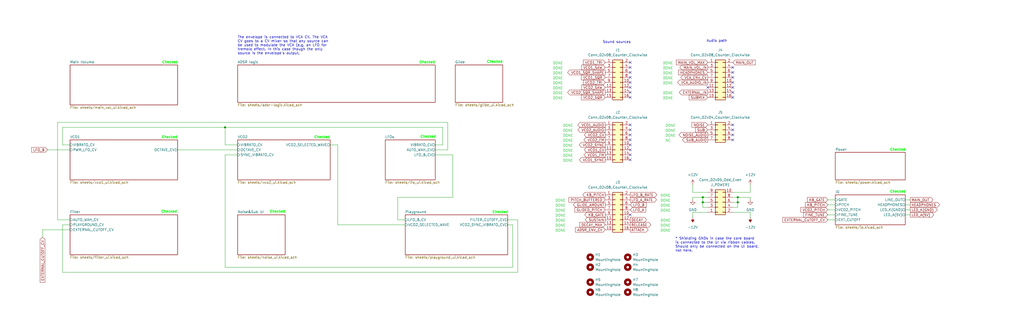
<source format=kicad_sch>
(kicad_sch (version 20231120) (generator "eeschema") (generator_version "8.0")
  (paper "User" 519.989 170.002)
  (lib_symbols
    (symbol "Connector_Generic:Conn_02x04_Odd_Even" (pin_names (offset 1.016) hide)
      (property "Reference" "J" (at 1.27 5.08 0))
      (property "Value" "Conn_02x04_Odd_Even" (at 1.27 -7.62 0))
      (symbol "Conn_02x04_Odd_Even_1_1"
        (rectangle (start -1.27 -4.953) (end 0 -5.207) (stroke (width 0.1524)))
        (rectangle (start -1.27 -2.413) (end 0 -2.667) (stroke (width 0.1524)))
        (rectangle (start -1.27 0.127) (end 0 -0.127) (stroke (width 0.1524)))
        (rectangle (start -1.27 2.667) (end 0 2.413) (stroke (width 0.1524)))
        (rectangle (start -1.27 3.81) (end 3.81 -6.35) (stroke (width 0.254)) (fill (type background)))
        (rectangle (start 3.81 -4.953) (end 2.54 -5.207) (stroke (width 0.1524)))
        (rectangle (start 3.81 -2.413) (end 2.54 -2.667) (stroke (width 0.1524)))
        (rectangle (start 3.81 0.127) (end 2.54 -0.127) (stroke (width 0.1524)))
        (rectangle (start 3.81 2.667) (end 2.54 2.413) (stroke (width 0.1524)))
        (pin passive line (at -5.08 2.54 0) (length 3.81) (name "Pin_1") (number "1"))
        (pin passive line (at 7.62 2.54 180) (length 3.81) (name "Pin_2") (number "2"))
        (pin passive line (at -5.08 0 0) (length 3.81) (name "Pin_3") (number "3"))
        (pin passive line (at 7.62 0 180) (length 3.81) (name "Pin_4") (number "4"))
        (pin passive line (at -5.08 -2.54 0) (length 3.81) (name "Pin_5") (number "5"))
        (pin passive line (at 7.62 -2.54 180) (length 3.81) (name "Pin_6") (number "6"))
        (pin passive line (at -5.08 -5.08 0) (length 3.81) (name "Pin_7") (number "7"))
        (pin passive line (at 7.62 -5.08 180) (length 3.81) (name "Pin_8") (number "8"))
      )
    )
    (symbol "Connector_Generic:Conn_02x05_Odd_Even" (pin_names (offset 1.016) hide)
      (property "Reference" "J" (at 1.27 7.62 0))
      (property "Value" "Conn_02x05_Odd_Even" (at 1.27 -7.62 0))
      (symbol "Conn_02x05_Odd_Even_1_1"
        (rectangle (start -1.27 -4.953) (end 0 -5.207) (stroke (width 0.1524)))
        (rectangle (start -1.27 -2.413) (end 0 -2.667) (stroke (width 0.1524)))
        (rectangle (start -1.27 0.127) (end 0 -0.127) (stroke (width 0.1524)))
        (rectangle (start -1.27 2.667) (end 0 2.413) (stroke (width 0.1524)))
        (rectangle (start -1.27 5.207) (end 0 4.953) (stroke (width 0.1524)))
        (rectangle (start -1.27 6.35) (end 3.81 -6.35) (stroke (width 0.254)) (fill (type background)))
        (rectangle (start 3.81 -4.953) (end 2.54 -5.207) (stroke (width 0.1524)))
        (rectangle (start 3.81 -2.413) (end 2.54 -2.667) (stroke (width 0.1524)))
        (rectangle (start 3.81 0.127) (end 2.54 -0.127) (stroke (width 0.1524)))
        (rectangle (start 3.81 2.667) (end 2.54 2.413) (stroke (width 0.1524)))
        (rectangle (start 3.81 5.207) (end 2.54 4.953) (stroke (width 0.1524)))
        (pin passive line (at -5.08 5.08 0) (length 3.81) (name "Pin_1") (number "1"))
        (pin passive line (at 7.62 -5.08 180) (length 3.81) (name "Pin_10") (number "10"))
        (pin passive line (at 7.62 5.08 180) (length 3.81) (name "Pin_2") (number "2"))
        (pin passive line (at -5.08 2.54 0) (length 3.81) (name "Pin_3") (number "3"))
        (pin passive line (at 7.62 2.54 180) (length 3.81) (name "Pin_4") (number "4"))
        (pin passive line (at -5.08 0 0) (length 3.81) (name "Pin_5") (number "5"))
        (pin passive line (at 7.62 0 180) (length 3.81) (name "Pin_6") (number "6"))
        (pin passive line (at -5.08 -2.54 0) (length 3.81) (name "Pin_7") (number "7"))
        (pin passive line (at 7.62 -2.54 180) (length 3.81) (name "Pin_8") (number "8"))
        (pin passive line (at -5.08 -5.08 0) (length 3.81) (name "Pin_9") (number "9"))
      )
    )
    (symbol "Connector_Generic:Conn_02x08_Odd_Even" (pin_names (offset 1.016) hide)
      (property "Reference" "J" (at 1.27 10.16 0))
      (property "Value" "Conn_02x08_Odd_Even" (at 1.27 -12.7 0))
      (symbol "Conn_02x08_Odd_Even_1_1"
        (rectangle (start -1.27 -10.033) (end 0 -10.287) (stroke (width 0.1524)))
        (rectangle (start -1.27 -7.493) (end 0 -7.747) (stroke (width 0.1524)))
        (rectangle (start -1.27 -4.953) (end 0 -5.207) (stroke (width 0.1524)))
        (rectangle (start -1.27 -2.413) (end 0 -2.667) (stroke (width 0.1524)))
        (rectangle (start -1.27 0.127) (end 0 -0.127) (stroke (width 0.1524)))
        (rectangle (start -1.27 2.667) (end 0 2.413) (stroke (width 0.1524)))
        (rectangle (start -1.27 5.207) (end 0 4.953) (stroke (width 0.1524)))
        (rectangle (start -1.27 7.747) (end 0 7.493) (stroke (width 0.1524)))
        (rectangle (start -1.27 8.89) (end 3.81 -11.43) (stroke (width 0.254)) (fill (type background)))
        (rectangle (start 3.81 -10.033) (end 2.54 -10.287) (stroke (width 0.1524)))
        (rectangle (start 3.81 -7.493) (end 2.54 -7.747) (stroke (width 0.1524)))
        (rectangle (start 3.81 -4.953) (end 2.54 -5.207) (stroke (width 0.1524)))
        (rectangle (start 3.81 -2.413) (end 2.54 -2.667) (stroke (width 0.1524)))
        (rectangle (start 3.81 0.127) (end 2.54 -0.127) (stroke (width 0.1524)))
        (rectangle (start 3.81 2.667) (end 2.54 2.413) (stroke (width 0.1524)))
        (rectangle (start 3.81 5.207) (end 2.54 4.953) (stroke (width 0.1524)))
        (rectangle (start 3.81 7.747) (end 2.54 7.493) (stroke (width 0.1524)))
        (pin passive line (at -5.08 7.62 0) (length 3.81) (name "Pin_1") (number "1"))
        (pin passive line (at 7.62 -2.54 180) (length 3.81) (name "Pin_10") (number "10"))
        (pin passive line (at -5.08 -5.08 0) (length 3.81) (name "Pin_11") (number "11"))
        (pin passive line (at 7.62 -5.08 180) (length 3.81) (name "Pin_12") (number "12"))
        (pin passive line (at -5.08 -7.62 0) (length 3.81) (name "Pin_13") (number "13"))
        (pin passive line (at 7.62 -7.62 180) (length 3.81) (name "Pin_14") (number "14"))
        (pin passive line (at -5.08 -10.16 0) (length 3.81) (name "Pin_15") (number "15"))
        (pin passive line (at 7.62 -10.16 180) (length 3.81) (name "Pin_16") (number "16"))
        (pin passive line (at 7.62 7.62 180) (length 3.81) (name "Pin_2") (number "2"))
        (pin passive line (at -5.08 5.08 0) (length 3.81) (name "Pin_3") (number "3"))
        (pin passive line (at 7.62 5.08 180) (length 3.81) (name "Pin_4") (number "4"))
        (pin passive line (at -5.08 2.54 0) (length 3.81) (name "Pin_5") (number "5"))
        (pin passive line (at 7.62 2.54 180) (length 3.81) (name "Pin_6") (number "6"))
        (pin passive line (at -5.08 0 0) (length 3.81) (name "Pin_7") (number "7"))
        (pin passive line (at 7.62 0 180) (length 3.81) (name "Pin_8") (number "8"))
        (pin passive line (at -5.08 -2.54 0) (length 3.81) (name "Pin_9") (number "9"))
      )
    )
    (symbol "Mechanical:MountingHole" (pin_names (offset 1.016))
      (property "Reference" "H" (at 0 5.08 0))
      (property "Value" "MountingHole" (at 0 3.175 0))
      (symbol "MountingHole_0_1"
        (circle (center 0 0) (radius 1.27) (stroke (width 1.27)))
      )
    )
    (symbol "power:+12V" (power) (pin_names (offset 0))
      (property "Value" "+12V" (at 0 3.556 0))
      (symbol "+12V_0_1"
        (polyline (pts (xy -0.762 1.27) (xy 0 2.54)))
        (polyline (pts (xy 0 0) (xy 0 2.54)))
        (polyline (pts (xy 0 2.54) (xy 0.762 1.27)))
      )
      (symbol "+12V_1_1"
        (pin power_in line (at 0 0 90) (length 0) hide (name "+12V") (number "1"))
      )
    )
    (symbol "power:-12V" (power) (pin_names (offset 0))
      (property "Value" "-12V" (at 0 3.81 0))
      (symbol "-12V_0_0"
        (pin power_in line (at 0 0 90) (length 0) hide (name "-12V") (number "1"))
      )
      (symbol "-12V_0_1"
        (polyline (pts (xy 0 0) (xy 0 1.27) (xy 0.762 1.27) (xy 0 2.54) (xy -0.762 1.27) (xy 0 1.27)) (fill (type outline)))
      )
    )
    (symbol "power:GND" (power) (pin_names (offset 0))
      (property "Value" "GND" (at 0 -3.81 0))
      (symbol "GND_0_1"
        (polyline (pts (xy 0 0) (xy 0 -1.27) (xy 1.27 -1.27) (xy 0 -2.54) (xy -1.27 -1.27) (xy 0 -1.27)))
      )
      (symbol "GND_1_1"
        (pin power_in line (at 0 0 270) (length 0) hide (name "GND") (number "1"))
      )
    )
  )
  (junction (at 356.87 102.87))
  (junction (at 356.87 100.33))
  (junction (at 374.65 100.33))
  (junction (at 114.3 64.77))
  (junction (at 374.65 102.87))
  (no_connect (at 359.41 44.45))
  (no_connect (at 372.11 46.99))
  (no_connect (at 372.11 49.53))
  (no_connect (at 372.11 41.91))
  (no_connect (at 320.04 63.5))
  (no_connect (at 320.04 49.53))
  (no_connect (at 372.11 36.83))
  (no_connect (at 320.04 81.28))
  (no_connect (at 372.11 39.37))
  (no_connect (at 372.11 34.29))
  (no_connect (at 320.04 31.75))
  (no_connect (at 320.04 78.74))
  (no_connect (at 320.04 66.04))
  (no_connect (at 372.11 68.58))
  (no_connect (at 372.11 66.04))
  (no_connect (at 320.04 109.22))
  (no_connect (at 320.04 41.91))
  (no_connect (at 320.04 73.66))
  (no_connect (at 372.11 63.5))
  (no_connect (at 320.04 46.99))
  (no_connect (at 320.04 39.37))
  (no_connect (at 320.04 76.2))
  (no_connect (at 320.04 34.29))
  (no_connect (at 372.11 71.12))
  (no_connect (at 320.04 68.58))
  (no_connect (at 320.04 71.12))
  (no_connect (at 320.04 44.45))
  (no_connect (at 320.04 36.83))
  (no_connect (at 372.11 44.45))
  (wire (pts (xy 29.21 111.76) (xy 35.56 111.76)))
  (wire (pts (xy 356.87 105.41) (xy 356.87 102.87)))
  (wire (pts (xy 260.35 135.89) (xy 114.3 135.89)))
  (wire (pts (xy 224.79 73.66) (xy 224.79 64.77)))
  (wire (pts (xy 381 101.6) (xy 381 100.33)))
  (wire (pts (xy 24.13 76.2) (xy 35.56 76.2)))
  (wire (pts (xy 381 107.95) (xy 372.11 107.95)))
  (wire (pts (xy 229.87 78.74) (xy 229.87 100.33)))
  (wire (pts (xy 420.37 101.6) (xy 424.18 101.6)))
  (wire (pts (xy 29.21 62.23) (xy 29.21 111.76)))
  (wire (pts (xy 35.56 114.3) (xy 31.75 114.3)))
  (wire (pts (xy 114.3 64.77) (xy 31.75 64.77)))
  (wire (pts (xy 381 93.98) (xy 381 97.79)))
  (wire (pts (xy 260.35 114.3) (xy 260.35 135.89)))
  (wire (pts (xy 201.93 100.33) (xy 201.93 111.76)))
  (wire (pts (xy 31.75 114.3) (xy 31.75 138.43)))
  (wire (pts (xy 21.59 120.65) (xy 21.59 116.84)))
  (wire (pts (xy 114.3 135.89) (xy 114.3 78.74)))
  (wire (pts (xy 31.75 64.77) (xy 31.75 73.66)))
  (wire (pts (xy 114.3 64.77) (xy 224.79 64.77)))
  (wire (pts (xy 372.11 105.41) (xy 374.65 105.41)))
  (wire (pts (xy 227.33 62.23) (xy 29.21 62.23)))
  (wire (pts (xy 356.87 102.87) (xy 356.87 100.33)))
  (wire (pts (xy 372.11 102.87) (xy 374.65 102.87)))
  (wire (pts (xy 31.75 138.43) (xy 262.89 138.43)))
  (wire (pts (xy 459.74 104.14) (xy 462.28 104.14)))
  (wire (pts (xy 351.79 97.79) (xy 359.41 97.79)))
  (wire (pts (xy 420.37 104.14) (xy 424.18 104.14)))
  (wire (pts (xy 356.87 102.87) (xy 359.41 102.87)))
  (wire (pts (xy 351.79 107.95) (xy 359.41 107.95)))
  (wire (pts (xy 356.87 100.33) (xy 359.41 100.33)))
  (wire (pts (xy 171.45 73.66) (xy 171.45 114.3)))
  (wire (pts (xy 229.87 100.33) (xy 201.93 100.33)))
  (wire (pts (xy 31.75 73.66) (xy 35.56 73.66)))
  (wire (pts (xy 262.89 138.43) (xy 262.89 111.76)))
  (wire (pts (xy 420.37 109.22) (xy 424.18 109.22)))
  (wire (pts (xy 420.37 111.76) (xy 424.18 111.76)))
  (wire (pts (xy 167.64 73.66) (xy 171.45 73.66)))
  (wire (pts (xy 351.79 110.49) (xy 351.79 107.95)))
  (wire (pts (xy 374.65 100.33) (xy 372.11 100.33)))
  (wire (pts (xy 459.74 106.68) (xy 462.28 106.68)))
  (wire (pts (xy 227.33 76.2) (xy 227.33 62.23)))
  (wire (pts (xy 374.65 100.33) (xy 381 100.33)))
  (wire (pts (xy 351.79 93.98) (xy 351.79 97.79)))
  (wire (pts (xy 220.98 78.74) (xy 229.87 78.74)))
  (wire (pts (xy 351.79 100.33) (xy 356.87 100.33)))
  (wire (pts (xy 257.81 114.3) (xy 260.35 114.3)))
  (wire (pts (xy 21.59 116.84) (xy 35.56 116.84)))
  (wire (pts (xy 351.79 101.6) (xy 351.79 100.33)))
  (wire (pts (xy 359.41 105.41) (xy 356.87 105.41)))
  (wire (pts (xy 262.89 111.76) (xy 257.81 111.76)))
  (wire (pts (xy 374.65 102.87) (xy 374.65 100.33)))
  (wire (pts (xy 220.98 73.66) (xy 224.79 73.66)))
  (wire (pts (xy 201.93 111.76) (xy 205.74 111.76)))
  (wire (pts (xy 171.45 114.3) (xy 205.74 114.3)))
  (wire (pts (xy 114.3 73.66) (xy 120.65 73.66)))
  (wire (pts (xy 90.17 76.2) (xy 120.65 76.2)))
  (wire (pts (xy 381 97.79) (xy 372.11 97.79)))
  (wire (pts (xy 459.74 101.6) (xy 462.28 101.6)))
  (wire (pts (xy 420.37 106.68) (xy 424.18 106.68)))
  (wire (pts (xy 114.3 78.74) (xy 120.65 78.74)))
  (wire (pts (xy 220.98 76.2) (xy 227.33 76.2)))
  (wire (pts (xy 381 110.49) (xy 381 107.95)))
  (wire (pts (xy 374.65 105.41) (xy 374.65 102.87)))
  (wire (pts (xy 114.3 73.66) (xy 114.3 64.77)))
  (wire (pts (xy 459.74 109.22) (xy 462.28 109.22)))
  (text "DONE" (at 281.94 105.41 0) (effects (font (size 1.27 1.27)) (justify left bottom)))
  (text "DONE" (at 335.28 118.11 0) (effects (font (size 1.27 1.27)) (justify left bottom)))
  (text "DONE" (at 337.82 69.85 0) (effects (font (size 1.27 1.27)) (justify left bottom)))
  (text "Checked" (at 82.042 70.612 0) (effects (font (size 1.27 1.27) (thickness 0.254) (bold yes)) (justify left bottom)))
  (text "DONE" (at 285.75 77.47 0) (effects (font (size 1.27 1.27)) (justify left bottom)))
  (text "DONE" (at 280.67 45.72 0) (effects (font (size 1.27 1.27)) (justify left bottom)))
  (text "DONE" (at 335.28 113.03 0) (effects (font (size 1.27 1.27)) (justify left bottom)))
  (text "Checked" (at 212.852 32.512 0) (effects (font (size 1.27 1.27) (thickness 0.254) (bold yes)) (justify left bottom)))
  (text "DONE" (at 336.55 48.26 0) (effects (font (size 1.27 1.27)) (justify left bottom)))
  (text "DONE" (at 281.94 118.11 0) (effects (font (size 1.27 1.27)) (justify left bottom)))
  (text "Checked" (at 159.512 70.612 0) (effects (font (size 1.27 1.27) (thickness 0.254) (bold yes)) (justify left bottom)))
  (text "Checked" (at 82.296 32.512 0) (effects (font (size 1.27 1.27) (thickness 0.254) (bold yes)) (justify left bottom)))
  (text "DONE" (at 336.55 43.18 0) (effects (font (size 1.27 1.27)) (justify left bottom)))
  (text "Sound sources" (at 306.07 22.225 0) (effects (font (size 1.27 1.27)) (justify left bottom)))
  (text "The envelope is connected to VCA CV. The VCA\nCV goes to a CV mixer so that any source can\nbe used to modulate the VCA (e.g. an LFO for\ntremolo effect. In this case though the only\nsource is the envelope's output." (at 120.65 27.94 0) (effects (font (size 1.27 1.27)) (justify left bottom)))
  (text "DONE" (at 336.55 40.64 0) (effects (font (size 1.27 1.27)) (justify left bottom)))
  (text "DONE" (at 285.75 72.39 0) (effects (font (size 1.27 1.27)) (justify left bottom)))
  (text "DONE" (at 281.94 102.87 0) (effects (font (size 1.27 1.27)) (justify left bottom)))
  (text "DONE" (at 285.75 69.85 0) (effects (font (size 1.27 1.27)) (justify left bottom)))
  (text "* Shielding GNDs in case the core board\nis connected to the UI via ribbon cables. \nShould only be connected on the UI board,\nnot here." (at 342.9 128.27 0) (effects (font (size 1.27 1.27)) (justify left bottom)))
  (text "DONE" (at 335.28 115.57 0) (effects (font (size 1.27 1.27)) (justify left bottom)))
  (text "DONE" (at 281.94 115.57 0) (effects (font (size 1.27 1.27)) (justify left bottom)))
  (text "Checked" (at 249.936 108.712 0) (effects (font (size 1.27 1.27) (thickness 0.254) (bold yes)) (justify left bottom)))
  (text "DONE" (at 337.82 67.31 0) (effects (font (size 1.27 1.27)) (justify left bottom)))
  (text "DONE" (at 280.67 43.18 0) (effects (font (size 1.27 1.27)) (justify left bottom)))
  (text "DONE" (at 280.67 35.56 0) (effects (font (size 1.27 1.27)) (justify left bottom)))
  (text "Checked" (at 247.142 32.258 0) (effects (font (size 1.27 1.27) (thickness 0.254) (bold yes)) (justify left bottom)))
  (text "DONE" (at 335.28 102.87 0) (effects (font (size 1.27 1.27)) (justify left bottom)))
  (text "DONE" (at 285.75 80.01 0) (effects (font (size 1.27 1.27)) (justify left bottom)))
  (text "DONE" (at 280.67 40.64 0) (effects (font (size 1.27 1.27)) (justify left bottom)))
  (text "DONE" (at 285.75 67.31 0) (effects (font (size 1.27 1.27)) (justify left bottom)))
  (text "NC" (at 337.82 72.39 0) (effects (font (size 1.27 1.27)) (justify left bottom)))
  (text "DONE" (at 285.75 64.77 0) (effects (font (size 1.27 1.27)) (justify left bottom)))
  (text "Checked" (at 136.906 108.458 0) (effects (font (size 1.27 1.27) (thickness 0.254) (bold yes)) (justify left bottom)))
  (text "DONE" (at 280.67 38.1 0) (effects (font (size 1.27 1.27)) (justify left bottom)))
  (text "DONE" (at 281.94 110.49 0) (effects (font (size 1.27 1.27)) (justify left bottom)))
  (text "DONE" (at 336.55 35.56 0) (effects (font (size 1.27 1.27)) (justify left bottom)))
  (text "DONE" (at 337.82 64.77 0) (effects (font (size 1.27 1.27)) (justify left bottom)))
  (text "DONE" (at 335.28 105.41 0) (effects (font (size 1.27 1.27)) (justify left bottom)))
  (text "DONE" (at 335.28 100.33 0) (effects (font (size 1.27 1.27)) (justify left bottom)))
  (text "DONE" (at 281.94 113.03 0) (effects (font (size 1.27 1.27)) (justify left bottom)))
  (text "DONE" (at 335.28 107.95 0) (effects (font (size 1.27 1.27)) (justify left bottom)))
  (text "Checked" (at 213.36 70.358 0) (effects (font (size 1.27 1.27) (thickness 0.254) (bold yes)) (justify left bottom)))
  (text "Audio path" (at 358.775 21.59 0) (effects (font (size 1.27 1.27)) (justify left bottom)))
  (text "Checked" (at 451.866 76.962 0) (effects (font (size 1.27 1.27) (thickness 0.254) (bold yes)) (justify left bottom)))
  (text "DONE" (at 281.94 107.95 0) (effects (font (size 1.27 1.27)) (justify left bottom)))
  (text "DONE" (at 336.55 33.02 0) (effects (font (size 1.27 1.27)) (justify left bottom)))
  (text "DONE" (at 285.75 74.93 0) (effects (font (size 1.27 1.27)) (justify left bottom)))
  (text "DONE" (at 280.67 50.8 0) (effects (font (size 1.27 1.27)) (justify left bottom)))
  (text "DONE" (at 336.55 50.8 0) (effects (font (size 1.27 1.27)) (justify left bottom)))
  (text "DONE" (at 280.67 33.02 0) (effects (font (size 1.27 1.27)) (justify left bottom)))
  (text "DONE" (at 280.67 48.26 0) (effects (font (size 1.27 1.27)) (justify left bottom)))
  (text "DONE" (at 285.75 82.55 0) (effects (font (size 1.27 1.27)) (justify left bottom)))
  (text "Checked" (at 451.866 98.298 0) (effects (font (size 1.27 1.27) (thickness 0.254) (bold yes)) (justify left bottom)))
  (text "DONE" (at 336.55 38.1 0) (effects (font (size 1.27 1.27)) (justify left bottom)))
  (text "Checked" (at 81.788 108.458 0) (effects (font (size 1.27 1.27) (thickness 0.254) (bold yes)) (justify left bottom)))
  (global_label "VCO2_AUDIO" (shape output) (at 307.34 66.04 180) (property "Intersheetrefs" "${INTERSHEET_REFS}" (effects (hide yes))))
  (global_label "VCO2_CV" (shape output) (at 307.34 68.58 180) (property "Intersheetrefs" "${INTERSHEET_REFS}" (effects (hide yes))))
  (global_label "KB_PITCH" (shape output) (at 307.34 99.06 180) (property "Intersheetrefs" "${INTERSHEET_REFS}" (effects (hide yes))))
  (global_label "SUSTAIN" (shape output) (at 307.34 111.76 180) (property "Intersheetrefs" "${INTERSHEET_REFS}" (effects (hide yes))))
  (global_label "SUB" (shape input) (at 359.41 66.04 180) (property "Intersheetrefs" "${INTERSHEET_REFS}" (effects (hide yes))))
  (global_label "VCO1_TRI" (shape input) (at 307.34 31.75 180) (property "Intersheetrefs" "${INTERSHEET_REFS}" (effects (hide yes))))
  (global_label "VCO1_SYNC" (shape output) (at 307.34 81.28 180) (property "Intersheetrefs" "${INTERSHEET_REFS}" (effects (hide yes))))
  (global_label "VCO2_FM" (shape output) (at 307.34 71.12 180) (property "Intersheetrefs" "${INTERSHEET_REFS}" (effects (hide yes))))
  (global_label "EXTERNAL_CUTOFF_CV" (shape input) (at 420.37 111.76 180) (property "Intersheetrefs" "${INTERSHEET_REFS}" (effects (hide yes))))
  (global_label "DECAY_MAX" (shape input) (at 307.34 114.3 180) (property "Intersheetrefs" "${INTERSHEET_REFS}" (effects (hide yes))))
  (global_label "VCO1_CV" (shape output) (at 307.34 76.2 180) (property "Intersheetrefs" "${INTERSHEET_REFS}" (effects (hide yes))))
  (global_label "VCO2_SYNC" (shape output) (at 307.34 73.66 180) (property "Intersheetrefs" "${INTERSHEET_REFS}" (effects (hide yes))))
  (global_label "NOISE_AUDIO" (shape output) (at 359.41 68.58 180) (property "Intersheetrefs" "${INTERSHEET_REFS}" (effects (hide yes))))
  (global_label "KB_GATE" (shape input) (at 420.37 101.6 180) (property "Intersheetrefs" "${INTERSHEET_REFS}" (effects (hide yes))))
  (global_label "VCO1_SQR" (shape input) (at 307.34 39.37 180) (property "Intersheetrefs" "${INTERSHEET_REFS}" (effects (hide yes))))
  (global_label "VCO1_FM" (shape output) (at 307.34 78.74 180) (property "Intersheetrefs" "${INTERSHEET_REFS}" (effects (hide yes))))
  (global_label "VCO2_PITCH" (shape input) (at 420.37 106.68 180) (property "Intersheetrefs" "${INTERSHEET_REFS}" (effects (hide yes))))
  (global_label "HEADPHONES" (shape input) (at 359.41 36.83 180) (property "Intersheetrefs" "${INTERSHEET_REFS}" (effects (hide yes))))
  (global_label "EXTERNAL_CUTOFF_CV" (shape input) (at 21.59 120.65 270) (property "Intersheetrefs" "${INTERSHEET_REFS}" (effects (hide yes))))
  (global_label "VCO2_SAW" (shape input) (at 307.34 44.45 180) (property "Intersheetrefs" "${INTERSHEET_REFS}" (effects (hide yes))))
  (global_label "LFO_B" (shape input) (at 320.04 104.14 0) (property "Intersheetrefs" "${INTERSHEET_REFS}" (effects (hide yes))))
  (global_label "GLIDE_AMOUNT" (shape output) (at 307.34 104.14 180) (property "Intersheetrefs" "${INTERSHEET_REFS}" (effects (hide yes))))
  (global_label "VCA_ENV_CV" (shape output) (at 359.41 39.37 180) (property "Intersheetrefs" "${INTERSHEET_REFS}" (effects (hide yes))))
  (global_label "HEADPHONES" (shape output) (at 462.28 104.14 0) (property "Intersheetrefs" "${INTERSHEET_REFS}" (effects (hide yes))))
  (global_label "ADSR_ENV_CV" (shape input) (at 307.34 116.84 180) (property "Intersheetrefs" "${INTERSHEET_REFS}" (effects (hide yes))))
  (global_label "VCO2_SQR_SHAPE" (shape output) (at 307.34 46.99 180) (property "Intersheetrefs" "${INTERSHEET_REFS}" (effects (hide yes))))
  (global_label "MAIN_OUT" (shape output) (at 462.28 101.6 0) (property "Intersheetrefs" "${INTERSHEET_REFS}" (effects (hide yes))))
  (global_label "VCA_AUDIO_IN" (shape output) (at 359.41 41.91 180) (property "Intersheetrefs" "${INTERSHEET_REFS}" (effects (hide yes))))
  (global_label "FINE_TUNE" (shape input) (at 420.37 109.22 180) (property "Intersheetrefs" "${INTERSHEET_REFS}" (effects (hide yes))))
  (global_label "VCO1_AUDIO" (shape output) (at 307.34 63.5 180) (property "Intersheetrefs" "${INTERSHEET_REFS}" (effects (hide yes))))
  (global_label "ATTACK" (shape output) (at 320.04 116.84 0) (property "Intersheetrefs" "${INTERSHEET_REFS}" (effects (hide yes))))
  (global_label "RELEASE" (shape output) (at 320.04 114.3 0) (property "Intersheetrefs" "${INTERSHEET_REFS}" (effects (hide yes))))
  (global_label "EXTERNAL_IN" (shape output) (at 359.41 46.99 180) (property "Intersheetrefs" "${INTERSHEET_REFS}" (effects (hide yes))))
  (global_label "SUB_AUDIO" (shape output) (at 359.41 71.12 180) (property "Intersheetrefs" "${INTERSHEET_REFS}" (effects (hide yes))))
  (global_label "VCO1_SQR_SHAPE" (shape output) (at 307.34 36.83 180) (property "Intersheetrefs" "${INTERSHEET_REFS}" (effects (hide yes))))
  (global_label "VCO1_SAW" (shape input) (at 307.34 34.29 180) (property "Intersheetrefs" "${INTERSHEET_REFS}" (effects (hide yes))))
  (global_label "MAIN_OUT" (shape input) (at 372.11 31.75 0) (property "Intersheetrefs" "${INTERSHEET_REFS}" (effects (hide yes))))
  (global_label "KB_GATE" (shape output) (at 307.34 109.22 180) (property "Intersheetrefs" "${INTERSHEET_REFS}" (effects (hide yes))))
  (global_label "PITCH_BUFFERED" (shape input) (at 307.34 101.6 180) (property "Intersheetrefs" "${INTERSHEET_REFS}" (effects (hide yes))))
  (global_label "VCO2_TRI" (shape input) (at 307.34 41.91 180) (property "Intersheetrefs" "${INTERSHEET_REFS}" (effects (hide yes))))
  (global_label "SUBMIX" (shape input) (at 359.41 49.53 180) (property "Intersheetrefs" "${INTERSHEET_REFS}" (effects (hide yes))))
  (global_label "GLIDED_PITCH" (shape input) (at 307.34 106.68 180) (property "Intersheetrefs" "${INTERSHEET_REFS}" (effects (hide yes))))
  (global_label "LFO_A_RATE" (shape output) (at 320.04 101.6 0) (property "Intersheetrefs" "${INTERSHEET_REFS}" (effects (hide yes))))
  (global_label "LFO_B_RATE" (shape output) (at 320.04 99.06 0) (property "Intersheetrefs" "${INTERSHEET_REFS}" (effects (hide yes))))
  (global_label "KB_PITCH" (shape input) (at 420.37 104.14 180) (property "Intersheetrefs" "${INTERSHEET_REFS}" (effects (hide yes))))
  (global_label "MAIN_VOL_MAX" (shape input) (at 359.41 31.75 180) (property "Intersheetrefs" "${INTERSHEET_REFS}" (effects (hide yes))))
  (global_label "LED_A(5V)" (shape output) (at 462.28 109.22 0) (property "Intersheetrefs" "${INTERSHEET_REFS}" (effects (hide yes))))
  (global_label "VCO2_SQR" (shape input) (at 307.34 49.53 180) (property "Intersheetrefs" "${INTERSHEET_REFS}" (effects (hide yes))))
  (global_label "LFO_B" (shape input) (at 24.13 76.2 180) (property "Intersheetrefs" "${INTERSHEET_REFS}" (effects (hide yes))))
  (global_label "MAIN_VOL_IN" (shape output) (at 359.41 34.29 180) (property "Intersheetrefs" "${INTERSHEET_REFS}" (effects (hide yes))))
  (global_label "LED_K(GND)" (shape output) (at 462.28 106.68 0) (property "Intersheetrefs" "${INTERSHEET_REFS}" (effects (hide yes))))
  (global_label "DECAY" (shape output) (at 320.04 111.76 0) (property "Intersheetrefs" "${INTERSHEET_REFS}" (effects (hide yes))))
  (global_label "LFO_A" (shape input) (at 320.04 106.68 0) (property "Intersheetrefs" "${INTERSHEET_REFS}" (effects (hide yes))))
  (global_label "NOISE" (shape input) (at 359.41 63.5 180) (property "Intersheetrefs" "${INTERSHEET_REFS}" (effects (hide yes))))
  (symbol (lib_id "Connector_Generic:Conn_02x08_Odd_Even") (at 364.49 39.37 0) (unit 1)
    (property "Reference" "J4" (at 365.76 25.4 0))
    (property "Value" "Conn_02x08_Counter_Clockwise" (at 365.76 27.94 0))
    (property "Footprint" "Connector_PinHeader_2.54mm:PinHeader_2x08_P2.54mm_Vertical" (effects (hide yes)))
    (property "Part No." "649-1012938191601BLF " (effects (hide yes)))
    (property "Part URL" "https://mou.sr/3ZS3vh3" (effects (hide yes)))
    (property "Vendor" "Mouser" (effects (hide yes)))
  )
  (symbol (lib_id "power:GND") (at 351.79 101.6 0) (unit 1)
    (property "Reference" "#PWR04" (effects (hide yes)))
    (property "Value" "GND" (at 351.79 106.68 0))
  )
  (symbol (lib_id "Connector_Generic:Conn_02x05_Odd_Even") (at 364.49 102.87 0) (mirror x) (unit 1)
    (property "Reference" "J_POWER1" (at 365.76 93.98 0))
    (property "Value" "Conn_02x05_Odd_Even" (at 365.76 91.44 0))
    (property "Footprint" "Connector_PinHeader_2.54mm:PinHeader_2x05_P2.54mm_Vertical" (effects (hide yes)))
    (property "Part No." "737-PH2-10-UA " (effects (hide yes)))
    (property "Part URL" "https://mou.sr/3D13TAT" (effects (hide yes)))
    (property "Vendor" "Mouser" (effects (hide yes)))
  )
  (symbol (lib_id "Connector_Generic:Conn_02x08_Odd_Even") (at 312.42 71.12 0) (unit 1)
    (property "Reference" "J2" (at 313.69 57.15 0))
    (property "Value" "Conn_02x08_Counter_Clockwise" (at 313.69 59.69 0))
    (property "Footprint" "Connector_PinHeader_2.54mm:PinHeader_2x08_P2.54mm_Vertical" (effects (hide yes)))
    (property "Part No." "649-1012938191601BLF " (effects (hide yes)))
    (property "Part URL" "https://mou.sr/3ZS3vh3" (effects (hide yes)))
    (property "Vendor" "Mouser" (effects (hide yes)))
  )
  (symbol (lib_id "power:+12V") (at 381 93.98 0) (unit 1)
    (property "Reference" "#PWR08" (effects (hide yes)))
    (property "Value" "+12V" (at 381 88.9 0))
  )
  (symbol (lib_id "Connector_Generic:Conn_02x04_Odd_Even") (at 364.49 66.04 0) (unit 1)
    (property "Reference" "J5" (at 365.76 57.15 0))
    (property "Value" "Conn_02x04_Counter_Clockwise" (at 365.76 59.69 0))
    (property "Footprint" "Connector_PinHeader_2.54mm:PinHeader_2x04_P2.54mm_Vertical" (effects (hide yes)))
    (property "Part No." "737-PH2-08-UA " (effects (hide yes)))
    (property "Part URL" "https://mou.sr/4gxLnib" (effects (hide yes)))
    (property "Vendor" "Mouser" (effects (hide yes)))
  )
  (symbol (lib_id "Mechanical:MountingHole") (at 299.72 130.81 0) (unit 1) (in_bom no)
    (property "Reference" "H1" (at 302.26 129.54 0) (effects (justify left)))
    (property "Value" "MountingHole" (at 302.26 132.08 0) (effects (justify left)))
    (property "Footprint" "MountingHole:MountingHole_3mm_Pad" (effects (hide yes)))
  )
  (symbol (lib_id "power:GND") (at 381 101.6 0) (unit 1)
    (property "Reference" "#PWR09" (effects (hide yes)))
    (property "Value" "GND" (at 381 106.68 0))
  )
  (symbol (lib_id "Mechanical:MountingHole") (at 318.77 143.51 0) (unit 1) (in_bom no)
    (property "Reference" "H7" (at 321.31 142.24 0) (effects (justify left)))
    (property "Value" "MountingHole" (at 321.31 144.78 0) (effects (justify left)))
    (property "Footprint" "MountingHole:MountingHole_3mm_Pad" (effects (hide yes)))
  )
  (symbol (lib_id "Mechanical:MountingHole") (at 318.77 130.81 0) (unit 1) (in_bom no)
    (property "Reference" "H3" (at 321.31 129.54 0) (effects (justify left)))
    (property "Value" "MountingHole" (at 321.31 132.08 0) (effects (justify left)))
    (property "Footprint" "MountingHole:MountingHole_3mm_Pad" (effects (hide yes)))
  )
  (symbol (lib_id "Mechanical:MountingHole") (at 318.77 148.59 0) (unit 1) (in_bom no)
    (property "Reference" "H8" (at 321.31 147.32 0) (effects (justify left)))
    (property "Value" "MountingHole" (at 321.31 149.86 0) (effects (justify left)))
    (property "Footprint" "MountingHole:MountingHole_3mm_Pad" (effects (hide yes)))
  )
  (symbol (lib_id "power:-12V") (at 381 110.49 180) (unit 1)
    (property "Reference" "#PWR010" (effects (hide yes)))
    (property "Value" "-12V" (at 381 115.57 0))
  )
  (symbol (lib_id "Mechanical:MountingHole") (at 299.72 135.89 0) (unit 1) (in_bom no)
    (property "Reference" "H2" (at 302.26 134.62 0) (effects (justify left)))
    (property "Value" "MountingHole" (at 302.26 137.16 0) (effects (justify left)))
    (property "Footprint" "MountingHole:MountingHole_3mm_Pad" (effects (hide yes)))
  )
  (symbol (lib_id "power:-12V") (at 351.79 110.49 180) (unit 1)
    (property "Reference" "#PWR05" (effects (hide yes)))
    (property "Value" "-12V" (at 351.79 115.57 0))
  )
  (symbol (lib_id "Connector_Generic:Conn_02x08_Odd_Even") (at 312.42 39.37 0) (unit 1)
    (property "Reference" "J1" (at 313.69 25.4 0))
    (property "Value" "Conn_02x08_Counter_Clockwise" (at 313.69 27.94 0))
    (property "Footprint" "Connector_PinHeader_2.54mm:PinHeader_2x08_P2.54mm_Vertical" (effects (hide yes)))
    (property "Part No." "649-1012938191601BLF " (effects (hide yes)))
    (property "Part URL" "https://mou.sr/3ZS3vh3" (effects (hide yes)))
    (property "Vendor" "Mouser" (effects (hide yes)))
  )
  (symbol (lib_id "Connector_Generic:Conn_02x08_Odd_Even") (at 312.42 106.68 0) (unit 1)
    (property "Reference" "J3" (at 313.69 92.71 0))
    (property "Value" "Conn_02x08_Counter_Clockwise" (at 313.69 95.25 0))
    (property "Footprint" "Connector_PinHeader_2.54mm:PinHeader_2x08_P2.54mm_Vertical" (effects (hide yes)))
    (property "Part No." "649-1012938191601BLF " (effects (hide yes)))
    (property "Part URL" "https://mou.sr/3ZS3vh3" (effects (hide yes)))
    (property "Vendor" "Mouser" (effects (hide yes)))
  )
  (symbol (lib_id "Mechanical:MountingHole") (at 318.77 135.89 0) (unit 1) (in_bom no)
    (property "Reference" "H4" (at 321.31 134.62 0) (effects (justify left)))
    (property "Value" "MountingHole" (at 321.31 137.16 0) (effects (justify left)))
    (property "Footprint" "MountingHole:MountingHole_3mm_Pad" (effects (hide yes)))
  )
  (symbol (lib_id "Mechanical:MountingHole") (at 299.72 143.51 0) (unit 1) (in_bom no)
    (property "Reference" "H5" (at 302.26 142.24 0) (effects (justify left)))
    (property "Value" "MountingHole" (at 302.26 144.78 0) (effects (justify left)))
    (property "Footprint" "MountingHole:MountingHole_3mm_Pad" (effects (hide yes)))
  )
  (symbol (lib_id "Mechanical:MountingHole") (at 299.72 148.59 0) (unit 1) (in_bom no)
    (property "Reference" "H6" (at 302.26 147.32 0) (effects (justify left)))
    (property "Value" "MountingHole" (at 302.26 149.86 0) (effects (justify left)))
    (property "Footprint" "MountingHole:MountingHole_3mm_Pad" (effects (hide yes)))
  )
  (symbol (lib_id "power:+12V") (at 351.79 93.98 0) (unit 1)
    (property "Reference" "#PWR03" (effects (hide yes)))
    (property "Value" "+12V" (at 351.79 88.9 0))
  )
  (sheet (at 120.65 109.22) (size 24.13 20.32) (stroke (width 0.1524))
    (property "Sheetname" "Noise&Sub UI" (at 120.65 108.5084 0) (effects (justify left bottom)))
    (property "Sheetfile" "sheets/noise_ui.kicad_sch" (at 120.65 130.1246 0) (effects (justify left top)))
  )
  (sheet (at 35.56 109.22) (size 54.61 20.32) (stroke (width 0.1524))
    (property "Sheetname" "Filter" (at 35.56 108.5084 0) (effects (justify left bottom)))
    (property "Sheetfile" "sheets/filter_ui.kicad_sch" (at 35.56 130.1246 0) (effects (justify left top)))
    (pin "PLAYGROUND_CV" input (at 35.56 114.3 180))
    (pin "AUTO_WAH_CV" input (at 35.56 111.76 180))
    (pin "EXTERNAL_CUTOFF_CV" input (at 35.56 116.84 180))
  )
  (sheet (at 35.56 71.12) (size 54.61 20.32) (stroke (width 0.1524))
    (property "Sheetname" "VCO1" (at 35.56 70.4084 0) (effects (justify left bottom)))
    (property "Sheetfile" "sheets/vco1_ui.kicad_sch" (at 35.56 92.0246 0) (effects (justify left top)))
    (pin "OCTAVE_CV" output (at 90.17 76.2 0))
    (pin "VIBRATO_CV" input (at 35.56 73.66 180))
    (pin "PWM_LFO_CV" input (at 35.56 76.2 180))
  )
  (sheet (at 424.18 77.47) (size 35.56 13.97) (stroke (width 0.1524))
    (property "Sheetname" "Power" (at 424.18 76.7584 0) (effects (justify left bottom)))
    (property "Sheetfile" "sheets/power.kicad_sch" (at 424.18 92.0246 0) (effects (justify left top)))
  )
  (sheet (at 205.74 109.22) (size 52.07 20.32) (stroke (width 0.1524))
    (property "Sheetname" "Playground" (at 205.74 108.5084 0) (effects (justify left bottom)))
    (property "Sheetfile" "sheets/playground_ui.kicad_sch" (at 205.74 130.1246 0) (effects (justify left top)))
    (pin "VCO2_SELECTED_WAVE" input (at 205.74 114.3 180))
    (pin "FILTER_CUTOFF_CV" output (at 257.81 111.76 0))
    (pin "VCO2_SYNC_VIBRATO_CV" output (at 257.81 114.3 0))
    (pin "LFO_B_CV" input (at 205.74 111.76 180))
  )
  (sheet (at 120.65 71.12) (size 46.99 20.32) (stroke (width 0.1524))
    (property "Sheetname" "VCO2" (at 120.65 70.4084 0) (effects (justify left bottom)))
    (property "Sheetfile" "sheets/vco2_ui.kicad_sch" (at 120.65 92.0246 0) (effects (justify left top)))
    (pin "OCTAVE_CV" input (at 120.65 76.2 180))
    (pin "VIBRATO_CV" input (at 120.65 73.66 180))
    (pin "VCO2_SELECTED_WAVE" output (at 167.64 73.66 0))
    (pin "SYNC_VIBRATO_CV" input (at 120.65 78.74 180))
  )
  (sheet (at 35.56 33.02) (size 54.61 20.32) (stroke (width 0.1524))
    (property "Sheetname" "Main Volume" (at 35.56 32.3084 0) (effects (justify left bottom)))
    (property "Sheetfile" "sheets/main_vol_ui.kicad_sch" (at 35.56 53.9246 0) (effects (justify left top)))
  )
  (sheet (at 195.58 71.12) (size 25.4 20.32) (stroke (width 0.1524))
    (property "Sheetname" "LFOs" (at 195.58 70.4084 0) (effects (justify left bottom)))
    (property "Sheetfile" "sheets/lfo_ui.kicad_sch" (at 195.58 92.0246 0) (effects (justify left top)))
    (pin "AUTO_WAH_CV" output (at 220.98 76.2 0))
    (pin "VIBRATO_CV" output (at 220.98 73.66 0))
    (pin "LFO_B_CV" output (at 220.98 78.74 0))
  )
  (sheet (at 424.18 99.06) (size 35.56 15.24) (stroke (width 0.1524))
    (property "Sheetname" "IO" (at 424.18 98.3484 0) (effects (justify left bottom)))
    (property "Sheetfile" "sheets/io.kicad_sch" (at 424.18 114.8846 0) (effects (justify left top)))
    (pin "GATE" input (at 424.18 101.6 180))
    (pin "LINE_OUT" output (at 459.74 101.6 0))
    (pin "PITCH" input (at 424.18 104.14 180))
    (pin "HEADPHONES" output (at 459.74 104.14 0))
    (pin "FINE_TUNE" input (at 424.18 109.22 180))
    (pin "EXT_CUTOFF" input (at 424.18 111.76 180))
    (pin "VCO2_PITCH" input (at 424.18 106.68 180))
    (pin "LED_K(GND)" output (at 459.74 106.68 0))
    (pin "LED_A(5V)" output (at 459.74 109.22 0))
  )
  (sheet (at 120.65 33.02) (size 100.33 19.05) (stroke (width 0.1524))
    (property "Sheetname" "ADSR logic" (at 120.65 32.3084 0) (effects (justify left bottom)))
    (property "Sheetfile" "sheets/adsr-logic.kicad_sch" (at 120.65 52.6546 0) (effects (justify left top)))
  )
  (sheet (at 231.14 33.02) (size 24.13 19.05) (stroke (width 0.1524))
    (property "Sheetname" "Glide" (at 231.14 32.3084 0) (effects (justify left bottom)))
    (property "Sheetfile" "sheets/glide_ui.kicad_sch" (at 231.14 52.6546 0) (effects (justify left top)))
  )
)
</source>
